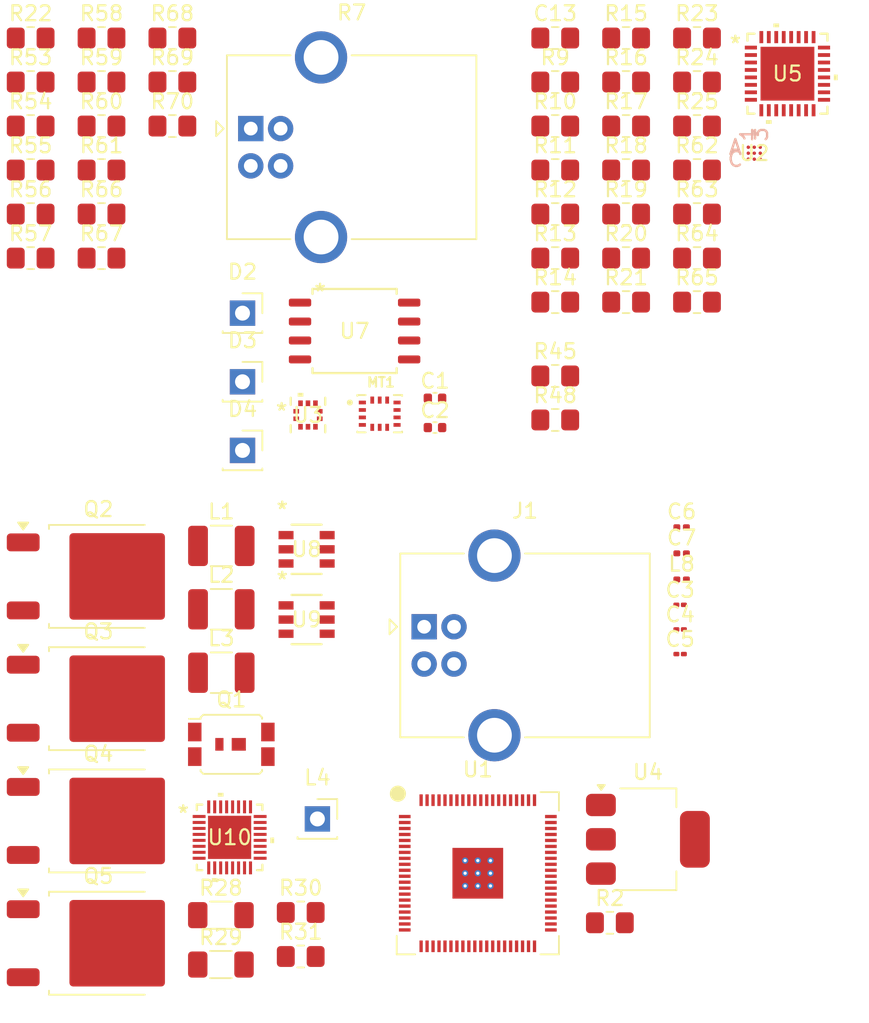
<source format=kicad_pcb>
(kicad_pcb (version 20241229) (generator "pcbnew") (generator_version "9.0")
  (layers (0 "F.Cu" signal) (2 "B.Cu" signal) (13 "F.Paste" user) (15 "B.Paste" user) (5 "F.SilkS" user "F.Silkscreen") (7 "B.SilkS" user "B.Silkscreen") (1 "F.Mask" user) (3 "B.Mask" user) (25 "Edge.Cuts" user))
  (net 0 "")
  (net 1 "GND")
  (net 2 "/Digital Side/Sensors/3V3")
  (net 3 "/Digital Side/1V1")
  (net 4 "/Digital Side/3V3")
  (net 5 "Net-(U1-VREG_AVDD)")
  (net 6 "/Digital Side/5V0_USB")
  (net 7 "/Digital Side/3V3_USB")
  (net 8 "Net-(U5-GND)")
  (net 10 "Net-(J1-D-)")
  (net 11 "Net-(J1-D+)")
  (net 12 "Net-(C23-Pad2)")
  (net 13 "/Power Management/AVDD")
  (net 14 "/Power Management/5V0")
  (net 15 "/Power Management/AGND")
  (net 16 "3V3")
  (net 17 "Net-(U1-VREG_LX)")
  (net 18 "/Digital Side/Sensors/ICM42670_INT1")
  (net 19 "Net-(MT1-AP_SDA{slash}AP_SDIO{slash}AP_SDI)")
  (net 20 "/Digital Side/Sensors/ICM42670_INT2")
  (net 21 "Net-(MT1-AP_SCL{slash}AP_SCLK)")
  (net 22 "Net-(MT1-AP_SDO{slash}AP_AD0)")
  (net 38 "/Digital Side/Sensors/RGB_PWM_G")
  (net 39 "/Analog Side/IND_1-")
  (net 40 "Net-(U5-REFIN)")
  (net 41 "/Analog Side/IND_2-")
  (net 42 "/Analog Side/IND_3-")
  (net 43 "/Analog Side/PKY_1-")
  (net 44 "/Analog Side/PLM_2")
  (net 45 "/Analog Side/PKY_3-")
  (net 46 "/Analog Side/PKY_2-")
  (net 47 "/Analog Side/RNG_3-")
  (net 48 "/Analog Side/RNG_2-")
  (net 49 "/Analog Side/RNG_1-")
  (net 50 "/Analog Side/TMB_2-")
  (net 51 "/Analog Side/TMB_1-")
  (net 52 "/Analog Side/PLM_1")
  (net 53 "/Digital Side/Sensors/RGB_PWM_R")
  (net 54 "/Analog Side/MDL_3-")
  (net 55 "/Analog Side/MDL_2-")
  (net 56 "/Analog Side/MDL_1-")
  (net 57 "Net-(U8-FB)")
  (net 58 "Net-(C27-Pad1)")
  (net 59 "Net-(U8-EN)")
  (net 60 "/Power Management/12V0")
  (net 61 "Net-(U9-EN)")
  (net 62 "/Power Management/Power Management Supporting Circuits/VBUS")
  (net 63 "/Power Management/Power Management Supporting Circuits/CHRG_IN")
  (net 64 "/Power Management/Power Management Supporting Circuits/VDDA_EN")
  (net 65 "/Power Management/Power Management Supporting Circuits/REGN")
  (net 66 "/Digital Side/Sensors/QSPI_CS")
  (net 67 "/Digital Side/Sensors/QSPI_SD1")
  (net 68 "Net-(R54-Pad1)")
  (net 69 "/Digital Side/Sensors/QSPI_SD2")
  (net 70 "Net-(R55-Pad1)")
  (net 71 "Net-(R56-Pad1)")
  (net 72 "/Digital Side/Sensors/QSPI_SDO")
  (net 73 "/Digital Side/Sensors/QSPI_SD3")
  (net 74 "Net-(R57-Pad1)")
  (net 75 "/Digital Side/Sensors/SPI1_CS0")
  (net 76 "/Digital Side/Sensors/SPI1_SCK")
  (net 77 "/Digital Side/Sensors/SPI0_SDO")
  (net 78 "/Digital Side/Sensors/SPI0_SDI")
  (net 79 "Net-(U5-SCLK)")
  (net 80 "/Analog Side/SPI0_SCK")
  (net 81 "/Analog Side/SPI0_SDI")
  (net 82 "Net-(U5-DOUT)")
  (net 83 "Net-(U5-DIN)")
  (net 84 "/Analog Side/SPI0_SDO")
  (net 85 "/Analog Side/3V3")
  (net 86 "Net-(U5-*CS)")
  (net 87 "/Digital Side/Sensors/QSPI_SCK")
  (net 88 "Net-(R66-Pad2)")
  (net 89 "Net-(U3-SCK)")
  (net 90 "Net-(U3-SDI)")
  (net 91 "/Digital Side/Sensors/SPI1_SDO")
  (net 92 "/Digital Side/Sensors/SPI1_SDI")
  (net 93 "Net-(U3-SDO)")
  (net 94 "/Digital Side/Sensors/SPI1_CS1")
  (net 95 "/Digital Side/I2C0_SCL")
  (net 97 "/Digital Side/BMM350_INT")
  (net 99 "/Digital Side/I2C0_SDA")
  (net 100 "Net-(U1-IOVDD-Pad15)")
  (net 103 "/Digital Side/QSPI_CS")
  (net 104 "/Digital Side/SPI1_CS0")
  (net 106 "/Digital Side/SPI1_SDO")
  (net 113 "Net-(U1-DVDD-Pad10)")
  (net 117 "/Digital Side/QSPI_SD3")
  (net 119 "/Digital Side/SWCLK")
  (net 121 "/Digital Side/SPI1_CS1")
  (net 126 "/Digital Side/SPI0_CS0")
  (net 127 "/Digital Side/SPI1_SCK")
  (net 130 "/Digital Side/QSPI_SD1")
  (net 131 "/Digital Side/SPI0_SDO")
  (net 134 "/Digital Side/AVDD")
  (net 137 "/Digital Side/SPI0_SDI")
  (net 138 "/Digital Side/SWDIO")
  (net 139 "/Digital Side/ICM42670_INT2")
  (net 140 "/Digital Side/SPI1_SDI")
  (net 142 "/Digital Side/ICM42670_INT1")
  (net 154 "/Digital Side/QSPI_SD0")
  (net 155 "/Digital Side/SPI0_SCK")
  (net 156 "/Digital Side/QSPI_SD2")
  (net 159 "/Analog Side/BMM350_INT")
  (net 160 "Net-(U2-CRST)")
  (net 161 "/Analog Side/I2C0_SDA")
  (net 162 "/Analog Side/I2C0_SCL")
  (net 163 "/Digital Side/Sensors/BMM350_INT")
  (net 164 "/Analog Side/AGND")
  (net 171 "Net-(U5-VDD)")
  (net 172 "/Analog Side/AVDD")
  (net 173 "Net-(U8-SW)")
  (net 174 "Net-(U8-CB)")
  (net 175 "Net-(U9-SW)")
  (net 176 "Net-(U9-CB)")
  (net 177 "Net-(U9-FB)")
  (net 180 "Net-(U10-SRN)")
  (net 182 "/Power Management/I2C0_SDA")
  (net 183 "/Power Management/ACP")
  (net 186 "Net-(U10-IADPT)")
  (net 187 "Net-(U10-COMP2)")
  (net 193 "/Power Management/ACN")
  (net 194 "Net-(U10-BTST1)")
  (net 197 "Net-(U10-IBAT)")
  (net 198 "Net-(U10-SRP)")
  (net 201 "/Power Management/ILIM_HZ")
  (net 202 "/Power Management/VBUS")
  (net 204 "Net-(U10-COMP1)")
  (net 206 "Net-(U10-BTST2)")
  (net 207 "Net-(U10-PSYS)")
  (net 208 "/Power Management/I2C0_SCL")
  (net 209 "/Power Management/EN_OTG")
  (footprint "Package_TO_SOT_SMD:TO-252-2" (layer "F.Cu") (at 81.3662 78.944501)
    (property "Reference" "Q2" (at 0 -4.5 0) (layer "F.SilkS"))
    (property "Value" "QM6006D")
    (pad "1" smd roundrect (at -5.04 -2.28) (size 2.2 1.2) (layers "F.Cu" "F.Mask" "F.Paste") (roundrect_rratio 0.208333))
    (pad "2" smd roundrect (at 1.26 0) (size 6.4 5.8) (layers "F.Cu" "F.Mask") (roundrect_rratio 0.043103))
    (pad "3" smd roundrect (at -5.04 2.28) (size 2.2 1.2) (layers "F.Cu" "F.Mask" "F.Paste") (roundrect_rratio 0.208333))
  )
  (footprint "Capacitor_SMD:C_0402_1005Metric" (layer "F.Cu") (at 103.9262 66.999501)
    (property "Reference" "C1" (at 0 -1.16 0) (layer "F.SilkS"))
    (property "Value" "100nF")
    (pad "1" smd roundrect (at -0.48 0) (size 0.56 0.62) (layers "F.Cu" "F.Mask" "F.Paste") (net 2 "/Digital Side/Sensors/3V3"))
    (pad "2" smd roundrect (at 0.48 0) (size 0.56 0.62) (layers "F.Cu" "F.Mask" "F.Paste") (net 1 "GND"))
  )
  (footprint "Resistor_SMD:R_0805_2012Metric_Pad1.20x1.40mm_HandSolder" (layer "F.Cu") (at 116.7362 45.809501)
    (property "Reference" "R16" (at 0 -1.65 0) (layer "F.SilkS"))
    (property "Value" "10K")
    (pad "1" smd roundrect (at -1 0) (size 1.2 1.4) (layers "F.Cu" "F.Mask" "F.Paste") (roundrect_rratio 0.208333) (net 40 "Net-(U5-REFIN)"))
    (pad "2" smd roundrect (at 1 0) (size 1.2 1.4) (layers "F.Cu" "F.Mask" "F.Paste") (roundrect_rratio 0.208333) (net 47 "/Analog Side/RNG_3-"))
  )
  (footprint "Capacitor_SMD:C_01005_0402Metric" (layer "F.Cu") (at 120.3562 80.849501)
    (property "Reference" "C3" (at 0 -1 0) (layer "F.SilkS"))
    (property "Value" "4.7uF")
    (pad "1" smd roundrect (at -0.25 0) (size 0.4 0.3) (layers "F.Cu" "F.Mask") (net 3 "/Digital Side/1V1"))
    (pad "2" smd roundrect (at 0.25 0) (size 0.4 0.3) (layers "F.Cu" "F.Mask") (net 1 "GND"))
  )
  (footprint "LM51430XDDCR:SOT-23-THIN-6_DDC_TEX" (layer "F.Cu") (at 95.321 77.128701)
    (property "Reference" "U8" (at 0 0 0) (layer "F.SilkS"))
    (property "Value" "LMR51430XDDCR")
    (fp_text user "*" (at -1.63195 -2.6518 0) (layer "F.SilkS"))
    (fp_text user "*" (at -1.63195 -2.6518 0) (layer "F.SilkS"))
    (pad "1" smd rect (at -1.37795 -0.950001) (size 1.0033 0.5588) (layers "F.Cu" "F.Mask" "F.Paste") (net 1 "GND"))
    (pad "2" smd rect (at -1.37795 0) (size 1.0033 0.5588) (layers "F.Cu" "F.Mask" "F.Paste") (net 173 "Net-(U8-SW)"))
    (pad "3" smd rect (at -1.37795 0.950001) (size 1.0033 0.5588) (layers "F.Cu" "F.Mask" "F.Paste") (net 60 "/Power Management/12V0"))
    (pad "4" smd rect (at 1.37795 0.950001) (size 1.0033 0.5588) (layers "F.Cu" "F.Mask" "F.Paste") (net 57 "Net-(U8-FB)"))
    (pad "5" smd rect (at 1.37795 0) (size 1.0033 0.5588) (layers "F.Cu" "F.Mask" "F.Paste") (net 59 "Net-(U8-EN)"))
    (pad "6" smd rect (at 1.37795 -0.950001) (size 1.0033 0.5588) (layers "F.Cu" "F.Mask" "F.Paste") (net 174 "Net-(U8-CB)"))
  )
  (footprint "Capacitor_SMD:C_01005_0402Metric" (layer "F.Cu") (at 120.3562 82.499501)
    (property "Reference" "C4" (at 0 -1 0) (layer "F.SilkS"))
    (property "Value" "4.7uF")
    (pad "1" smd roundrect (at -0.25 0) (size 0.4 0.3) (layers "F.Cu" "F.Mask") (net 4 "/Digital Side/3V3"))
    (pad "2" smd roundrect (at 0.25 0) (size 0.4 0.3) (layers "F.Cu" "F.Mask") (net 1 "GND"))
  )
  (footprint "Resistor_SMD:R_0805_2012Metric_Pad1.20x1.40mm_HandSolder" (layer "F.Cu") (at 111.9862 48.759501)
    (property "Reference" "R10" (at 0 -1.65 0) (layer "F.SilkS"))
    (property "Value" "10K")
    (pad "1" smd roundrect (at -1 0) (size 1.2 1.4) (layers "F.Cu" "F.Mask" "F.Paste") (roundrect_rratio 0.208333) (net 41 "/Analog Side/IND_2-"))
    (pad "2" smd roundrect (at 1 0) (size 1.2 1.4) (layers "F.Cu" "F.Mask" "F.Paste") (roundrect_rratio 0.208333) (net 40 "Net-(U5-REFIN)"))
  )
  (footprint "Resistor_SMD:R_0805_2012Metric_Pad1.20x1.40mm_HandSolder" (layer "F.Cu") (at 111.9862 57.609501)
    (property "Reference" "R13" (at 0 -1.65 0) (layer "F.SilkS"))
    (property "Value" "10K")
    (pad "1" smd roundrect (at -1 0) (size 1.2 1.4) (layers "F.Cu" "F.Mask" "F.Paste") (roundrect_rratio 0.208333) (net 44 "/Analog Side/PLM_2"))
    (pad "2" smd roundrect (at 1 0) (size 1.2 1.4) (layers "F.Cu" "F.Mask" "F.Paste") (roundrect_rratio 0.208333) (net 40 "Net-(U5-REFIN)"))
  )
  (footprint "Resistor_SMD:R_0805_2012Metric_Pad1.20x1.40mm_HandSolder" (layer "F.Cu") (at 81.5762 51.709501)
    (property "Reference" "R61" (at 0 -1.65 0) (layer "F.SilkS"))
    (property "Value" "10R")
    (pad "1" smd roundrect (at -1 0) (size 1.2 1.4) (layers "F.Cu" "F.Mask" "F.Paste") (roundrect_rratio 0.208333) (net 78 "/Digital Side/Sensors/SPI0_SDI"))
    (pad "2" smd roundrect (at 1 0) (size 1.2 1.4) (layers "F.Cu" "F.Mask" "F.Paste") (roundrect_rratio 0.208333) (net 22 "Net-(MT1-AP_SDO{slash}AP_AD0)"))
  )
  (footprint "Capacitor_SMD:C_1210_3225Metric_Pad1.33x2.70mm_HandSolder" (layer "F.Cu") (at 89.6062 85.399501)
    (property "Reference" "L3" (at 0 -2.3 0) (layer "F.SilkS"))
    (property "Value" "330uH, Blocking")
    (pad "1" smd roundrect (at -1.5625 0) (size 1.325 2.7) (layers "F.Cu" "F.Mask" "F.Paste") (roundrect_rratio 0.188679) (net 12 "Net-(C23-Pad2)"))
    (pad "2" smd roundrect (at 1.5625 0) (size 1.325 2.7) (layers "F.Cu" "F.Mask" "F.Paste") (roundrect_rratio 0.188679) (net 15 "/Power Management/AGND"))
  )
  (footprint "Resistor_SMD:R_0805_2012Metric_Pad1.20x1.40mm_HandSolder" (layer "F.Cu") (at 111.9862 45.809501)
    (property "Reference" "R9" (at 0 -1.65 0) (layer "F.SilkS"))
    (property "Value" "10K")
    (pad "1" smd roundrect (at -1 0) (size 1.2 1.4) (layers "F.Cu" "F.Mask" "F.Paste") (roundrect_rratio 0.208333) (net 39 "/Analog Side/IND_1-"))
    (pad "2" smd roundrect (at 1 0) (size 1.2 1.4) (layers "F.Cu" "F.Mask" "F.Paste") (roundrect_rratio 0.208333) (net 40 "Net-(U5-REFIN)"))
  )
  (footprint "Resistor_SMD:R_0805_2012Metric_Pad1.20x1.40mm_HandSolder" (layer "F.Cu") (at 115.6462 102.159501)
    (property "Reference" "R2" (at 0 -1.65 0) (layer "F.SilkS"))
    (property "Value" "33R")
    (pad "1" smd roundrect (at -1 0) (size 1.2 1.4) (layers "F.Cu" "F.Mask" "F.Paste") (roundrect_rratio 0.208333) (net 4 "/Digital Side/3V3"))
    (pad "2" smd roundrect (at 1 0) (size 1.2 1.4) (layers "F.Cu" "F.Mask" "F.Paste") (roundrect_rratio 0.208333) (net 5 "Net-(U1-VREG_AVDD)"))
  )
  (footprint "Resistor_SMD:R_0805_2012Metric_Pad1.20x1.40mm_HandSolder" (layer "F.Cu") (at 111.9862 60.559501)
    (property "Reference" "R14" (at 0 -1.65 0) (layer "F.SilkS"))
    (property "Value" "10K")
    (pad "1" smd roundrect (at -1 0) (size 1.2 1.4) (layers "F.Cu" "F.Mask" "F.Paste") (roundrect_rratio 0.208333) (net 45 "/Analog Side/PKY_3-"))
    (pad "2" smd roundrect (at 1 0) (size 1.2 1.4) (layers "F.Cu" "F.Mask" "F.Paste") (roundrect_rratio 0.208333) (net 40 "Net-(U5-REFIN)"))
  )
  (footprint "Connector_PinSocket_2.54mm:PinSocket_1x01_P2.54mm_Vertical" (layer "F.Cu") (at 91.0262 65.899501)
    (property "Reference" "D3" (at 0 -2.77 0) (layer "F.SilkS"))
    (property "Value" "LED_G")
    (pad "1" thru_hole rect (at 0 0) (size 1.7 1.7) (drill 1) (layers "*.Cu" "*.Mask") (net 1 "GND"))
  )
  (footprint "BMM350:BGA9_BMM350_BOS-M" (layer "F.Cu") (at 125.3264 50.579701)
    (property "Reference" "U2" (at 0 0 0) (layer "F.SilkS"))
    (property "Value" "BMM350")
    (fp_text user "A" (at -1.27 -0.40005 0) (layer "F.SilkS"))
    (fp_text user "1" (at -0.40005 -1.27 90) (layer "F.SilkS"))
    (fp_text user "C" (at -1.27 0.40005 0) (layer "F.SilkS"))
    (fp_text user "3" (at 0.40005 -1.27 90) (layer "F.SilkS"))
    (fp_text user "C" (at -1.27 0.40005 0) (layer "B.SilkS"))
    (fp_text user "3" (at 0.40005 -1.27 90) (layer "B.SilkS"))
    (fp_text user "1" (at -0.40005 -1.27 90) (layer "B.SilkS"))
    (fp_text user "A" (at -1.27 -0.40005 0) (layer "B.SilkS"))
    (pad "A1" smd circle (at -0.40005 -0.40005) (size 0.2286 0.2286) (layers "F.Cu" "F.Mask" "F.Paste") (net 159 "/Analog Side/BMM350_INT"))
    (pad "A2" smd circle (at 0 -0.40005) (size 0.2286 0.2286) (layers "F.Cu" "F.Mask" "F.Paste") (net 161 "/Analog Side/I2C0_SDA"))
    (pad "A3" smd circle (at 0.40005 -0.40005) (size 0.2286 0.2286) (layers "F.Cu" "F.Mask" "F.Paste") (net 162 "/Analog Side/I2C0_SCL"))
    (pad "B1" smd circle (at -0.40005 0) (size 0.2286 0.2286) (layers "F.Cu" "F.Mask" "F.Paste") (net 1 "GND"))
    (pad "B2" smd circle (at 0 0) (size 0.2286 0.2286) (layers "F.Cu" "F.Mask" "F.Paste") (net 1 "GND"))
    (pad "B3" smd circle (at 0.40005 0) (size 0.2286 0.2286) (layers "F.Cu" "F.Mask" "F.Paste") (net 85 "/Analog Side/3V3"))
    (pad "C1" smd circle (at -0.40005 0.40005) (size 0.2286 0.2286) (layers "F.Cu" "F.Mask" "F.Paste") (net 85 "/Analog Side/3V3"))
    (pad "C2" smd circle (at 0 0.40005) (size 0.2286 0.2286) (layers "F.Cu" "F.Mask" "F.Paste") (net 160 "Net-(U2-CRST)"))
    (pad "C3" smd circle (at 0.40005 0.40005) (size 0.2286 0.2286) (layers "F.Cu" "F.Mask" "F.Paste") (net 1 "GND"))
  )
  (footprint "Resistor_SMD:R_0805_2012Metric_Pad1.20x1.40mm_HandSolder" (layer "F.Cu") (at 76.8262 51.709501)
    (property "Reference" "R55" (at 0 -1.65 0) (layer "F.SilkS"))
    (property "Value" "10R")
    (pad "1" smd roundrect (at -1 0) (size 1.2 1.4) (layers "F.Cu" "F.Mask" "F.Paste") (roundrect_rratio 0.208333) (net 70 "Net-(R55-Pad1)"))
    (pad "2" smd roundrect (at 1 0) (size 1.2 1.4) (layers "F.Cu" "F.Mask" "F.Paste") (roundrect_rratio 0.208333) (net 69 "/Digital Side/Sensors/QSPI_SD2"))
  )
  (footprint "Capacitor_SMD:C_0201_0603Metric" (layer "F.Cu") (at 120.4562 77.399501)
    (property "Reference" "C7" (at 0 -1.05 0) (layer "F.SilkS"))
    (property "Value" "10uF")
    (pad "1" smd roundrect (at -0.32 0) (size 0.46 0.4) (layers "F.Cu" "F.Mask") (net 7 "/Digital Side/3V3_USB"))
    (pad "2" smd roundrect (at 0.32 0) (size 0.46 0.4) (layers "F.Cu" "F.Mask") (net 1 "GND"))
  )
  (footprint "RP2350:RP2350B_QFN-80_EP_10.573x10.573_Pitch0.4mm" (layer "F.Cu") (at 106.7962 98.839501)
    (property "Reference" "U1" (at 0 -6.95 0) (layer "F.SilkS"))
    (property "Value" "RP2350B-QFN80")
    (pad "1" smd rect (at -4.8965 -3.8 90) (size 0.22 0.78) (layers "F.Cu" "F.Mask" "F.Paste") (net 99 "/Digital Side/I2C0_SDA"))
    (pad "2" smd rect (at -4.8965 -3.4 90) (size 0.22 0.78) (layers "F.Cu" "F.Mask" "F.Paste") (net 95 "/Digital Side/I2C0_SCL"))
    (pad "3" smd rect (at -4.8965 -3 90) (size 0.22 0.78) (layers "F.Cu" "F.Mask" "F.Paste") (net 142 "/Digital Side/ICM42670_INT1"))
    (pad "4" smd rect (at -4.8965 -2.6 90) (size 0.22 0.78) (layers "F.Cu" "F.Mask" "F.Paste") (net 139 "/Digital Side/ICM42670_INT2"))
    (pad "5" smd rect (at -4.8965 -2.2 90) (size 0.22 0.78) (layers "F.Cu" "F.Mask" "F.Paste") (net 100 "Net-(U1-IOVDD-Pad15)"))
    (pad "6" smd rect (at -4.8965 -1.8 90) (size 0.22 0.78) (layers "F.Cu" "F.Mask" "F.Paste") (net 140 "/Digital Side/SPI1_SDI"))
    (pad "7" smd rect (at -4.8965 -1.4 90) (size 0.22 0.78) (layers "F.Cu" "F.Mask" "F.Paste") (net 104 "/Digital Side/SPI1_CS0"))
    (pad "8" smd rect (at -4.8965 -1 90) (size 0.22 0.78) (layers "F.Cu" "F.Mask" "F.Paste") (net 127 "/Digital Side/SPI1_SCK"))
    (pad "9" smd rect (at -4.8965 -0.6 90) (size 0.22 0.78) (layers "F.Cu" "F.Mask" "F.Paste") (net 106 "/Digital Side/SPI1_SDO"))
    (pad "10" smd rect (at -4.8965 -0.2 90) (size 0.22 0.78) (layers "F.Cu" "F.Mask" "F.Paste") (net 113 "Net-(U1-DVDD-Pad10)"))
    (pad "11" smd rect (at -4.8965 0.2 90) (size 0.22 0.78) (layers "F.Cu" "F.Mask" "F.Paste") (net 97 "/Digital Side/BMM350_INT"))
    (pad "12" smd rect (at -4.8965 0.6 90) (size 0.22 0.78) (layers "F.Cu" "F.Mask" "F.Paste") (net 121 "/Digital Side/SPI1_CS1"))
    (pad "13" smd rect (at -4.8965 1 90) (size 0.22 0.78) (layers "F.Cu" "F.Mask" "F.Paste"))
    (pad "14" smd rect (at -4.8965 1.4 90) (size 0.22 0.78) (layers "F.Cu" "F.Mask" "F.Paste"))
    (pad "15" smd rect (at -4.8965 1.8 90) (size 0.22 0.78) (layers "F.Cu" "F.Mask" "F.Paste") (net 100 "Net-(U1-IOVDD-Pad15)"))
    (pad "16" smd rect (at -4.8965 2.2 90) (size 0.22 0.78) (layers "F.Cu" "F.Mask" "F.Paste"))
    (pad "17" smd rect (at -4.8965 2.6 90) (size 0.22 0.78) (layers "F.Cu" "F.Mask" "F.Paste"))
    (pad "18" smd rect (at -4.8965 3 90) (size 0.22 0.78) (layers "F.Cu" "F.Mask" "F.Paste"))
    (pad "19" smd rect (at -4.8965 3.4 90) (size 0.22 0.78) (layers "F.Cu" "F.Mask" "F.Paste"))
    (pad "20" smd rect (at -4.8965 3.8 90) (size 0.22 0.78) (layers "F.Cu" "F.Mask" "F.Paste"))
    (pad "21" smd rect (at -3.8 4.8965) (size 0.22 0.78) (layers "F.Cu" "F.Mask" "F.Paste"))
    (pad "22" smd rect (at -3.4 4.8965) (size 0.22 0.78) (layers "F.Cu" "F.Mask" "F.Paste"))
    (pad "23" smd rect (at -3 4.8965) (size 0.22 0.78) (layers "F.Cu" "F.Mask" "F.Paste"))
    (pad "24" smd rect (at -2.6 4.8965) (size 0.22 0.78) (layers "F.Cu" "F.Mask" "F.Paste") (net 100 "Net-(U1-IOVDD-Pad15)"))
    (pad "25" smd rect (at -2.2 4.8965) (size 0.22 0.78) (layers "F.Cu" "F.Mask" "F.Paste"))
    (pad "26" smd rect (at -1.8 4.8965) (size 0.22 0.78) (layers "F.Cu" "F.Mask" "F.Paste"))
    (pad "27" smd rect (at -1.4 4.8965) (size 0.22 0.78) (layers "F.Cu" "F.Mask" "F.Paste"))
    (pad "28" smd rect (at -1 4.8965) (size 0.22 0.78) (layers "F.Cu" "F.Mask" "F.Paste"))
    (pad "29" smd rect (at -0.6 4.8965) (size 0.22 0.78) (layers "F.Cu" "F.Mask" "F.Paste") (net 100 "Net-(U1-IOVDD-Pad15)"))
    (pad "30" smd rect (at -0.2 4.8965) (size 0.22 0.78) (layers "F.Cu" "F.Mask" "F.Paste"))
    (pad "31" smd rect (at 0.2 4.8965) (size 0.22 0.78) (layers "F.Cu" "F.Mask" "F.Paste"))
    (pad "32" smd rect (at 0.6 4.8965) (size 0.22 0.78) (layers "F.Cu" "F.Mask" "F.Paste") (net 113 "Net-(U1-DVDD-Pad10)"))
    (pad "33" smd rect (at 1 4.8965) (size 0.22 0.78) (layers "F.Cu" "F.Mask" "F.Paste") (net 119 "/Digital Side/SWCLK"))
    (pad "34" smd rect (at 1.4 4.8965) (size 0.22 0.78) (layers "F.Cu" "F.Mask" "F.Paste") (net 138 "/Digital Side/SWDIO"))
    (pad "35" smd rect (at 1.8 4.8965) (size 0.22 0.78) (layers "F.Cu" "F.Mask" "F.Paste"))
    (pad "36" smd rect (at 2.2 4.8965) (size 0.22 0.78) (layers "F.Cu" "F.Mask" "F.Paste"))
    (pad "37" smd rect (at 2.6 4.8965) (size 0.22 0.78) (layers "F.Cu" "F.Mask" "F.Paste"))
    (pad "38" smd rect (at 3 4.8965) (size 0.22 0.78) (layers "F.Cu" "F.Mask" "F.Paste"))
    (pad "39" smd rect (at 3.4 4.8965) (size 0.22 0.78) (layers "F.Cu" "F.Mask" "F.Paste"))
    (pad "40" smd rect (at 3.8 4.8965) (size 0.22 0.78) (layers "F.Cu" "F.Mask" "F.Paste"))
    (pad "41" smd rect (at 4.8965 3.8 90) (size 0.22 0.78) (layers "F.Cu" "F.Mask" "F.Paste") (net 100 "Net-(U1-IOVDD-Pad15)"))
    (pad "42" smd rect (at 4.8965 3.4 90) (size 0.22 0.78) (layers "F.Cu" "F.Mask" "F.Paste"))
    (pad "43" smd rect (at 4.8965 3 90) (size 0.22 0.78) (layers "F.Cu" "F.Mask" "F.Paste"))
    (pad "44" smd rect (at 4.8965 2.6 90) (size 0.22 0.78) (layers "F.Cu" "F.Mask" "F.Paste"))
    (pad "45" smd rect (at 4.8965 2.2 90) (size 0.22 0.78) (layers "F.Cu" "F.Mask" "F.Paste"))
    (pad "46" smd rect (at 4.8965 1.8 90) (size 0.22 0.78) (layers "F.Cu" "F.Mask" "F.Paste"))
    (pad "47" smd rect (at 4.8965 1.4 90) (size 0.22 0.78) (layers "F.Cu" "F.Mask" "F.Paste"))
    (pad "48" smd rect (at 4.8965 1 90) (size 0.22 0.78) (layers "F.Cu" "F.Mask" "F.Paste"))
    (pad "49" smd rect (at 4.8965 0.6 90) (size 0.22 0.78) (layers "F.Cu" "F.Mask" "F.Paste"))
    (pad "50" smd rect (at 4.8965 0.2 90) (size 0.22 0.78) (layers "F.Cu" "F.Mask" "F.Paste") (net 100 "Net-(U1-IOVDD-Pad15)"))
    (pad "51" smd rect (at 4.8965 -0.2 90) (size 0.22 0.78) (layers "F.Cu" "F.Mask" "F.Paste") (net 113 "Net-(U1-DVDD-Pad10)"))
    (pad "52" smd rect (at 4.8965 -0.6 90) (size 0.22 0.78) (layers "F.Cu" "F.Mask" "F.Paste"))
    (pad "53" smd rect (at 4.8965 -1 90) (size 0.22 0.78) (layers "F.Cu" "F.Mask" "F.Paste"))
    (pad "54" smd rect (at 4.8965 -1.4 90) (size 0.22 0.78) (layers "F.Cu" "F.Mask" "F.Paste"))
    (pad "55" smd rect (at 4.8965 -1.8 90) (size 0.22 0.78) (layers "F.Cu" "F.Mask" "F.Paste"))
    (pad "56" smd rect (at 4.8965 -2.2 90) (size 0.22 0.78) (layers "F.Cu" "F.Mask" "F.Paste"))
    (pad "57" smd rect (at 4.8965 -2.6 90) (size 0.22 0.78) (layers "F.Cu" "F.Mask" "F.Paste"))
    (pad "58" smd rect (at 4.8965 -3 90) (size 0.22 0.78) (layers "F.Cu" "F.Mask" "F.Paste"))
    (pad "59" smd rect (at 4.8965 -3.4 90) (size 0.22 0.78) (layers "F.Cu" "F.Mask" "F.Paste") (net 134 "/Digital Side/AVDD"))
    (pad "60" smd rect (at 4.8965 -3.8 90) (size 0.22 0.78) (layers "F.Cu" "F.Mask" "F.Paste") (net 100 "Net-(U1-IOVDD-Pad15)"))
    (pad "61" smd rect (at 3.8 -4.8965) (size 0.22 0.78) (layers "F.Cu" "F.Mask" "F.Paste") (net 5 "Net-(U1-VREG_AVDD)"))
    (pad "62" smd rect (at 3.4 -4.8965) (size 0.22 0.78) (layers "F.Cu" "F.Mask" "F.Paste") (net 1 "GND"))
    (pad "63" smd rect (at 3 -4.8965) (size 0.22 0.78) (layers "F.Cu" "F.Mask" "F.Paste") (net 17 "Net-(U1-VREG_LX)"))
    (pad "64" smd rect (at 2.6 -4.8965) (size 0.22 0.78) (layers "F.Cu" "F.Mask" "F.Paste") (net 4 "/Digital Side/3V3"))
    (pad "65" smd rect (at 2.2 -4.8965) (size 0.22 0.78) (layers "F.Cu" "F.Mask" "F.Paste") (net 3 "/Digital Side/1V1"))
    (pad "66" smd rect (at 1.8 -4.8965) (size 0.22 0.78) (layers "F.Cu" "F.Mask" "F.Paste") (net 11 "Net-(J1-D+)"))
    (pad "67" smd rect (at 1.4 -4.8965) (size 0.22 0.78) (layers "F.Cu" "F.Mask" "F.Paste") (net 10 "Net-(J1-D-)"))
    (pad "68" smd rect (at 1 -4.8965) (size 0.22 0.78) (layers "F.Cu" "F.Mask" "F.Paste"))
    (pad "69" smd rect (at 0.6 -4.8965) (size 0.22 0.78) (layers "F.Cu" "F.Mask" "F.Paste"))
    (pad "70" smd rect (at 0.2 -4.8965) (size 0.22 0.78) (layers "F.Cu" "F.Mask" "F.Paste") (net 117 "/Digital Side/QSPI_SD3"))
    (pad "71" smd rect (at -0.2 -4.8965) (size 0.22 0.78) (layers "F.Cu" "F.Mask" "F.Paste"))
    (pad "72" smd rect (at -0.6 -4.8965) (size 0.22 0.78) (layers "F.Cu" "F.Mask" "F.Paste") (net 154 "/Digital Side/QSPI_SD0"))
    (pad "73" smd rect (at -1 -4.8965) (size 0.22 0.78) (layers "F.Cu" "F.Mask" "F.Paste") (net 156 "/Digital Side/QSPI_SD2"))
    (pad "74" smd rect (at -1.4 -4.8965) (size 0.22 0.78) (layers "F.Cu" "F.Mask" "F.Paste") (net 130 "/Digital Side/QSPI_SD1"))
    (pad "75" smd rect (at -1.8 -4.8965) (size 0.22 0.78) (layers "F.Cu" "F.Mask" "F.Paste") (net 103 "/Digital Side/QSPI_CS"))
    (pad "76" smd rect (at -2.2 -4.8965) (size 0.22 0.78) (layers "F.Cu" "F.Mask" "F.Paste") (net 100 "Net-(U1-IOVDD-Pad15)"))
    (pad "77" smd rect (at -2.6 -4.8965) (size 0.22 0.78) (layers "F.Cu" "F.Mask" "F.Paste") (net 137 "/Digital Side/SPI0_SDI"))
    (pad "78" smd rect (at -3 -4.8965) (size 0.22 0.78) (layers "F.Cu" "F.Mask" "F.Paste") (net 126 "/Digital Side/SPI0_CS0"))
    (pad "79" smd rect (at -3.4 -4.8965) (size 0.22 0.78) (layers "F.Cu" "F.Mask" "F.Paste") (net 155 "/Digital Side/SPI0_SCK"))
    (pad "80" smd rect (at -3.8 -4.8965) (size 0.22 0.78) (layers "F.Cu" "F.Mask" "F.Paste") (net 131 "/Digital Side/SPI0_SDO"))
    (pad "81" thru_hole circle (at -0.85 -0.85) (size 0.425 0.425) (drill 0.2125) (property pad_prop_heatsink) (layers "*.Cu" "*.Mask") (net 1 "GND"))
    (pad "81" thru_hole circle (at -0.85 0) (size 0.425 0.425) (drill 0.2125) (property pad_prop_heatsink) (layers "*.Cu" "*.Mask") (net 1 "GND"))
    (pad "81" thru_hole circle (at -0.85 0.85) (size 0.425 0.425) (drill 0.2125) (property pad_prop_heatsink) (layers "*.Cu" "*.Mask") (net 1 "GND"))
    (pad "81" thru_hole circle (at 0 -0.85) (size 0.425 0.425) (drill 0.2125) (property pad_prop_heatsink) (layers "*.Cu" "*.Mask") (net 1 "GND"))
    (pad "81" thru_hole circle (at 0 0) (size 0.425 0.425) (drill 0.2125) (property pad_prop_heatsink) (layers "*.Cu" "*.Mask") (net 1 "GND"))
    (pad "81" smd rect (at 0 0) (size 3.4 3.4) (layers "F.Cu" "F.Mask") (net 1 "GND"))
    (pad "81" thru_hole circle (at 0 0.85) (size 0.425 0.425) (drill 0.2125) (property pad_prop_heatsink) (layers "*.Cu" "*.Mask") (net 1 "GND"))
    (pad "81" thru_hole circle (at 0.85 -0.85) (size 0.425 0.425) (drill 0.2125) (property pad_prop_heatsink) (layers "*.Cu" "*.Mask") (net 1 "GND"))
    (pad "81" thru_hole circle (at 0.85 0) (size 0.425 0.425) (drill 0.2125) (property pad_prop_heatsink) (layers "*.Cu" "*.Mask") (net 1 "GND"))
    (pad "81" thru_hole circle (at 0.85 0.85) (size 0.425 0.425) (drill 0.2125) (property pad_prop_heatsink) (layers "*.Cu" "*.Mask") (net 1 "GND"))
  )
  (footprint "Resistor_SMD:R_0805_2012Metric_Pad1.20x1.40mm_HandSolder" (layer "F.Cu") (at 81.5762 57.609501)
    (property "Reference" "R67" (at 0 -1.65 0) (layer "F.SilkS"))
    (property "Value" "0R")
    (pad "1" smd roundrect (at -1 0) (size 1.2 1.4) (layers "F.Cu" "F.Mask" "F.Paste") (roundrect_rratio 0.208333) (net 76 "/Digital Side/Sensors/SPI1_SCK"))
    (pad "2" smd roundrect (at 1 0) (size 1.2 1.4) (layers "F.Cu" "F.Mask" "F.Paste") (roundrect_rratio 0.208333) (net 89 "Net-(U3-SCK)"))
  )
  (footprint "Resistor_SMD:R_0805_2012Metric_Pad1.20x1.40mm_HandSolder" (layer "F.Cu") (at 111.9862 51.709501)
    (property "Reference" "R11" (at 0 -1.65 0) (layer "F.SilkS"))
    (property "Value" "10K")
    (pad "1" smd roundrect (at -1 0) (size 1.2 1.4) (layers "F.Cu" "F.Mask" "F.Paste") (roundrect_rratio 0.208333) (net 42 "/Analog Side/IND_3-"))
    (pad "2" smd roundrect (at 1 0) (size 1.2 1.4) (layers "F.Cu" "F.Mask" "F.Paste") (roundrect_rratio 0.208333) (net 40 "Net-(U5-REFIN)"))
  )
  (footprint "Resistor_SMD:R_1206_3216Metric_Pad1.30x1.75mm_HandSolder" (layer "F.Cu") (at 89.5762 101.649501)
    (property "Reference" "R28" (at 0 -1.83 0) (layer "F.SilkS"))
    (property "Value" "24.9K, 1%")
    (pad "1" smd roundrect (at -1.55 0) (size 1.3 1.75) (layers "F.Cu" "F.Mask" "F.Paste") (roundrect_rratio 0.192308) (net 57 "Net-(U8-FB)"))
    (pad "2" smd roundrect (at 1.55 0) (size 1.3 1.75) (layers "F.Cu" "F.Mask" "F.Paste") (roundrect_rratio 0.192308) (net 58 "Net-(C27-Pad1)"))
  )
  (footprint "Package_TO_SOT_SMD:TO-252-2" (layer "F.Cu") (at 81.3662 87.139501)
    (property "Reference" "Q3" (at 0 -4.5 0) (layer "F.SilkS"))
    (property "Value" "QM6006D")
    (pad "1" smd roundrect (at -5.04 -2.28) (size 2.2 1.2) (layers "F.Cu" "F.Mask" "F.Paste") (roundrect_rratio 0.208333))
    (pad "2" smd roundrect (at 1.26 0) (size 6.4 5.8) (layers "F.Cu" "F.Mask") (roundrect_rratio 0.043103))
    (pad "3" smd roundrect (at -5.04 2.28) (size 2.2 1.2) (layers "F.Cu" "F.Mask" "F.Paste") (roundrect_rratio 0.208333))
  )
  (footprint "Connector_USB:USB_B_OST_USB-B1HSxx_Horizontal" (layer "F.Cu") (at 91.5812 48.929501)
    (property "Reference" "R7" (at 6.76 -7.77 0) (layer "F.SilkS"))
    (property "Value" "330R")
    (pad "1" thru_hole rect (at 0 0) (size 1.7 1.7) (drill 0.92) (layers "*.Cu" "*.Mask") (net 38 "/Digital Side/Sensors/RGB_PWM_G"))
    (pad "2" thru_hole circle (at 0 2.5) (size 1.7 1.7) (drill 0.92) (layers "*.Cu" "*.Mask") (net 1 "GND"))
    (pad "3" thru_hole circle (at 2 2.5) (size 1.7 1.7) (drill 0.92) (layers "*.Cu" "*.Mask"))
    (pad "4" thru_hole circle (at 2 0) (size 1.7 1.7) (drill 0.92) (layers "*.Cu" "*.Mask"))
    (pad "5" thru_hole circle (at 4.71 -4.77) (size 3.5 3.5) (drill 2.33) (layers "*.Cu" "*.Mask"))
    (pad "5" thru_hole circle (at 4.71 7.27) (size 3.5 3.5) (drill 2.33) (layers "*.Cu" "*.Mask"))
  )
  (footprint "Resistor_SMD:R_0805_2012Metric_Pad1.20x1.40mm_HandSolder" (layer "F.Cu") (at 76.8262 42.859501)
    (property "Reference" "R22" (at 0 -1.65 0) (layer "F.SilkS"))
    (property "Value" "330R")
    (pad "1" smd roundrect (at -1 0) (size 1.2 1.4) (layers "F.Cu" "F.Mask" "F.Paste") (roundrect_rratio 0.208333) (net 53 "/Digital Side/Sensors/RGB_PWM_R"))
    (pad "2" smd roundrect (at 1 0) (size 1.2 1.4) (layers "F.Cu" "F.Mask" "F.Paste") (roundrect_rratio 0.208333) (net 1 "GND"))
  )
  (footprint "Resistor_SMD:R_0805_2012Metric_Pad1.20x1.40mm_HandSolder" (layer "F.Cu") (at 81.5762 45.809501)
    (property "Reference" "R59" (at 0 -1.65 0) (layer "F.SilkS"))
    (property "Value" "0R")
    (pad "1" smd roundrect (at -1 0) (size 1.2 1.4) (layers "F.Cu" "F.Mask" "F.Paste") (roundrect_rratio 0.208333) (net 76 "/Digital Side/Sensors/SPI1_SCK"))
    (pad "2" smd roundrect (at 1 0) (size 1.2 1.4) (layers "F.Cu" "F.Mask" "F.Paste") (roundrect_rratio 0.208333) (net 21 "Net-(MT1-AP_SCL{slash}AP_SCLK)"))
  )
  (footprint "Resistor_SMD:R_0805_2012Metric_Pad1.20x1.40mm_HandSolder" (layer "F.Cu") (at 81.5762 54.659501)
    (property "Reference" "R66" (at 0 -1.65 0) (layer "F.SilkS"))
    (property "Value" "0R")
    (pad "1" smd roundrect (at -1 0) (size 1.2 1.4) (layers "F.Cu" "F.Mask" "F.Paste") (roundrect_rratio 0.208333) (net 87 "/Digital Side/Sensors/QSPI_SCK"))
    (pad "2" smd roundrect (at 1 0) (size 1.2 1.4) (layers "F.Cu" "F.Mask" "F.Paste") (roundrect_rratio 0.208333) (net 88 "Net-(R66-Pad2)"))
  )
  (footprint "Resistor_SMD:R_0805_2012Metric_Pad1.20x1.40mm_HandSolder" (layer "F.Cu") (at 94.9262 101.469501)
    (property "Reference" "R30" (at 0 -1.65 0) (layer "F.SilkS"))
    (property "Value" "100K")
    (pad "1" smd roundrect (at -1 0) (size 1.2 1.4) (layers "F.Cu" "F.Mask" "F.Paste") (roundrect_rratio 0.208333) (net 60 "/Power Management/12V0"))
    (pad "2" smd roundrect (at 1 0) (size 1.2 1.4) (layers "F.Cu" "F.Mask" "F.Paste") (roundrect_rratio 0.208333) (net 59 "Net-(U8-EN)"))
  )
  (footprint "Resistor_SMD:R_0805_2012Metric_Pad1.20x1.40mm_HandSolder" (layer "F.Cu") (at 76.8262 48.759501)
    (property "Reference" "R54" (at 0 -1.65 0) (layer "F.SilkS"))
    (property "Value" "10R")
    (pad "1" smd roundrect (at -1 0) (size 1.2 1.4) (layers "F.Cu" "F.Mask" "F.Paste") (roundrect_rratio 0.208333) (net 68 "Net-(R54-Pad1)"))
    (pad "2" smd roundrect (at 1 0) (size 1.2 1.4) (layers "F.Cu" "F.Mask" "F.Paste") (roundrect_rratio 0.208333) (net 67 "/Digital Side/Sensors/QSPI_SD1"))
  )
  (footprint "Resistor_SMD:R_0805_2012Metric_Pad1.20x1.40mm_HandSolder" (layer "F.Cu") (at 116.7362 42.859501)
    (property "Reference" "R15" (at 0 -1.65 0) (layer "F.SilkS"))
    (property "Value" "10K")
    (pad "1" smd roundrect (at -1 0) (size 1.2 1.4) (layers "F.Cu" "F.Mask" "F.Paste") (roundrect_rratio 0.208333) (net 46 "/Analog Side/PKY_2-"))
    (pad "2" smd roundrect (at 1 0) (size 1.2 1.4) (layers "F.Cu" "F.Mask" "F.Paste") (roundrect_rratio 0.208333) (net 40 "Net-(U5-REFIN)"))
  )
  (footprint "Resistor_SMD:R_0805_2012Metric_Pad1.20x1.40mm_HandSolder" (layer "F.Cu") (at 121.4862 45.809501)
    (property "Reference" "R24" (at 0 -1.65 0) (layer "F.SilkS"))
    (property "Value" "10K")
    (pad "1" smd roundrect (at -1 0) (size 1.2 1.4) (layers "F.Cu" "F.Mask" "F.Paste") (roundrect_rratio 0.208333) (net 55 "/Analog Side/MDL_2-"))
    (pad "2" smd roundrect (at 1 0) (size 1.2 1.4) (layers "F.Cu" "F.Mask" "F.Paste") (roundrect_rratio 0.208333) (net 40 "Net-(U5-REFIN)"))
  )
  (footprint "Resistor_SMD:R_1206_3216Metric_Pad1.30x1.75mm_HandSolder" (layer "F.Cu") (at 89.5762 104.959501)
    (property "Reference" "R29" (at 0 -1.83 0) (layer "F.SilkS"))
    (property "Value" "100K, 1%")
    (pad "1" smd roundrect (at -1.55 0) (size 1.3 1.75) (layers "F.Cu" "F.Mask" "F.Paste") (roundrect_rratio 0.192308) (net 58 "Net-(C27-Pad1)"))
    (pad "2" smd roundrect (at 1.55 0) (size 1.3 1.75) (layers "F.Cu" "F.Mask" "F.Paste") (roundrect_rratio 0.192308) (net 1 "GND"))
  )
  (footprint "Capacitor_SMD:C_01005_0402Metric" (layer "F.Cu") (at 120.3562 84.149501)
    (property "Reference" "C5" (at 0 -1 0) (layer "F.SilkS"))
    (property "Value" "C")
    (pad "1" smd roundrect (at -0.25 0) (size 0.4 0.3) (layers "F.Cu" "F.Mask") (net 5 "Net-(U1-VREG_AVDD)"))
    (pad "2" smd roundrect (at 0.25 0) (size 0.4 0.3) (layers "F.Cu" "F.Mask") (net 1 "GND"))
  )
  (footprint "Resistor_SMD:R_0805_2012Metric_Pad1.20x1.40mm_HandSolder" (layer "F.Cu") (at 81.5762 42.859501)
    (property "Reference" "R58" (at 0 -1.65 0) (layer "F.SilkS"))
    (property "Value" "4.7K")
    (pad "1" smd roundrect (at -1 0) (size 1.2 1.4) (layers "F.Cu" "F.Mask" "F.Paste") (roundrect_rratio 0.208333) (net 75 "/Digital Side/Sensors/SPI1_CS0"))
    (pad "2" smd roundrect (at 1 0) (size 1.2 1.4) (layers "F.Cu" "F.Mask" "F.Paste") (roundrect_rratio 0.208333) (net 2 "/Digital Side/Sensors/3V3"))
  )
  (footprint "Resistor_SMD:R_0805_2012Metric_Pad1.20x1.40mm_HandSolder" (layer "F.Cu") (at 94.9262 104.419501)
    (property "Reference" "R31" (at 0 -1.65 0) (layer "F.SilkS"))
    (property "Value" "100K")
    (pad "1" smd roundrect (at -1 0) (size 1.2 1.4) (layers "F.Cu" "F.Mask" "F.Paste") (roundrect_rratio 0.208333) (net 14 "/Power Management/5V0"))
    (pad "2" smd roundrect (at 1 0) (size 1.2 1.4) (layers "F.Cu" "F.Mask" "F.Paste") (roundrect_rratio 0.208333) (net 61 "Net-(U9-EN)"))
  )
  (footprint "Inductor_SMD:L_0201_0603Metric" (layer "F.Cu") (at 120.4562 79.149501)
    (property "Reference" "L8" (at 0 -1.05 0) (layer "F.SilkS"))
    (property "Value" "3.3uH")
    (pad "1" smd roundrect (at -0.32 0) (size 0.46 0.4) (layers "F.Cu" "F.Mask") (net 3 "/Digital Side/1V1"))
    (pad "2" smd roundrect (at 0.32 0) (size 0.46 0.4) (layers "F.Cu" "F.Mask") (net 17 "Net-(U1-VREG_LX)"))
  )
  (footprint "W25Q16JVSSIQ:W25Q16JVSSIQ_WIN" (layer "F.Cu") (at 98.5383 62.497101)
    (property "Reference" "U7" (at 0 0 0) (layer "F.SilkS"))
    (property "Value" "W25Q16JVSSIQ")
    (fp_text user "*" (at -2.3114 -2.6162 0) (layer "F.SilkS"))
    (fp_text user "*" (at -2.3114 -2.6162 0) (layer "F.SilkS"))
    (pad "1" smd roundrect (at -3.6576 -1.905) (size 1.4986 0.5334) (layers "F.Cu" "F.Mask" "F.Paste") (net 66 "/Digital Side/Sensors/QSPI_CS"))
    (pad "2" smd roundrect (at -3.6576 -0.635) (size 1.4986 0.5334) (layers "F.Cu" "F.Mask" "F.Paste") (net 68 "Net-(R54-Pad1)"))
    (pad "3" smd roundrect (at -3.6576 0.635) (size 1.4986 0.5334) (layers "F.Cu" "F.Mask" "F.Paste") (net 70 "Net-(R55-Pad1)"))
    (pad "4" smd roundrect (at -3.6576 1.905) (size 1.4986 0.5334) (layers "F.Cu" "F.Mask" "F.Paste") (net 1 "GND"))
    (pad "5" smd roundrect (at 3.6576 1.905) (size 1.4986 0.5334) (layers "F.Cu" "F.Mask" "F.Paste") (net 71 "Net-(R56-Pad1)"))
    (pad "6" smd roundrect (at 3.6576 0.635) (size 1.4986 0.5334) (layers "F.Cu" "F.Mask" "F.Paste") (net 88 "Net-(R66-Pad2)"))
    (pad "7" smd roundrect (at 3.6576 -0.635) (size 1.4986 0.5334) (layers "F.Cu" "F.Mask" "F.Paste") (net 74 "Net-(R57-Pad1)"))
    (pad "8" smd roundrect (at 3.6576 -1.905) (size 1.4986 0.5334) (layers "F.Cu" "F.Mask" "F.Paste") (net 2 "/Digital Side/Sensors/3V3"))
  )
  (footprint "Resistor_SMD:R_0805_2012Metric_Pad1.20x1.40mm_HandSolder" (layer "F.Cu") (at 76.8262 57.609501)
    (property "Reference" "R57" (at 0 -1.65 0) (layer "F.SilkS"))
    (property "Value" "10R")
    (pad "1" smd roundrect (at -1 0) (size 1.2 1.4) (layers "F.Cu" "F.Mask" "F.Paste") (roundrect_rratio 0.208333) (net 74 "Net-(R57-Pad1)"))
    (pad "2" smd roundrect (at 1 0) (size 1.2 1.4) (layers "F.Cu" "F.Mask" "F.Paste") (roundrect_rratio 0.208333) (net 73 "/Digital Side/Sensors/QSPI_SD3"))
  )
  (footprint "Resistor_SMD:R_0805_2012Metric_Pad1.20x1.40mm_HandSolder" (layer "F.Cu") (at 81.5762 48.759501)
    (property "Reference" "R60" (at 0 -1.65 0) (layer "F.SilkS"))
    (property "Value" "10R")
    (pad "1" smd roundrect (at -1 0) (size 1.2 1.4) (layers "F.Cu" "F.Mask" "F.Paste") (roundrect_rratio 0.208333) (net 77 "/Digital Side/Sensors/SPI0_SDO"))
    (pad "2" smd roundrect (at 1 0) (size 1.2 1.4) (layers "F.Cu" "F.Mask" "F.Paste") (roundrect_rratio 0.208333) (net 19 "Net-(MT1-AP_SDA{slash}AP_SDIO{slash}AP_SDI)"))
  )
  (footprint "Connector_PinSocket_2.54mm:PinSocket_1x01_P2.54mm_Vertical" (layer "F.Cu") (at 91.0262 70.499501)
    (property "Reference" "D4" (at 0 -2.77 0) (layer "F.SilkS"))
    (property "Value" "LED_B")
    (pad "1" thru_hole rect (at 0 0) (size 1.7 1.7) (drill 1) (layers "*.Cu" "*.Mask") (net 1 "GND"))
  )
  (footprint "Package_TO_SOT_SMD:TO-252-2" (layer "F.Cu") (at 81.3662 95.334501)
    (property "Reference" "Q4" (at 0 -4.5 0) (layer "F.SilkS"))
    (property "Value" "QM6006D")
    (pad "1" smd roundrect (at -5.04 -2.28) (size 2.2 1.2) (layers "F.Cu" "F.Mask" "F.Paste") (roundrect_rratio 0.208333))
    (pad "2" smd roundrect (at 1.26 0) (size 6.4 5.8) (layers "F.Cu" "F.Mask") (roundrect_rratio 0.043103))
    (pad "3" smd roundrect (at -5.04 2.28) (size 2.2 1.2) (layers "F.Cu" "F.Mask" "F.Paste") (roundrect_rratio 0.208333))
  )
  (footprint "BQ25723RSNR:WQFN32_BQ25723_TEX-M" (layer "F.Cu") (at 90.1619 96.435201)
    (property "Reference" "U10" (at 0 0 0) (layer "F.SilkS"))
    (property "Value" "BQ25723RSNR")
    (fp_text user "*" (at -3.1115 -1.6002 0) (layer "F.SilkS"))
    (fp_text user "*" (at -3.1115 -1.6002 0) (layer "F.SilkS"))
    (pad "1" smd rect (at -2.0447 -1.400175 90) (size 0.2032 0.8636) (layers "F.Cu" "F.Mask" "F.Paste") (net 202 "/Power Management/VBUS"))
    (pad "2" smd rect (at -2.0447 -1.000125 90) (size 0.2032 0.8636) (layers "F.Cu" "F.Mask" "F.Paste") (net 193 "/Power Management/ACN"))
    (pad "3" smd rect (at -2.0447 -0.600075 90) (size 0.2032 0.8636) (layers "F.Cu" "F.Mask" "F.Paste") (net 183 "/Power Management/ACP"))
    (pad "4" smd rect (at -2.0447 -0.200025 90) (size 0.2032 0.8636) (layers "F.Cu" "F.Mask" "F.Paste"))
    (pad "5" smd rect (at -2.0447 0.200025 90) (size 0.2032 0.8636) (layers "F.Cu" "F.Mask" "F.Paste") (net 209 "/Power Management/EN_OTG"))
    (pad "6" smd rect (at -2.0447 0.600075 90) (size 0.2032 0.8636) (layers "F.Cu" "F.Mask" "F.Paste") (net 201 "/Power Management/ILIM_HZ"))
    (pad "7" smd rect (at -2.0447 1.000125 90) (size 0.2032 0.8636) (layers "F.Cu" "F.Mask" "F.Paste"))
    (pad "8" smd rect (at -2.0447 1.400175 90) (size 0.2032 0.8636) (layers "F.Cu" "F.Mask" "F.Paste") (net 186 "Net-(U10-IADPT)"))
    (pad "9" smd rect (at -1.400175 2.0447) (size 0.2032 0.8636) (layers "F.Cu" "F.Mask" "F.Paste") (net 197 "Net-(U10-IBAT)"))
    (pad "10" smd rect (at -1.000125 2.0447) (size 0.2032 0.8636) (layers "F.Cu" "F.Mask" "F.Paste") (net 207 "Net-(U10-PSYS)"))
    (pad "11" smd rect (at -0.600075 2.0447) (size 0.2032 0.8636) (layers "F.Cu" "F.Mask" "F.Paste"))
    (pad "12" smd rect (at -0.200025 2.0447) (size 0.2032 0.8636) (layers "F.Cu" "F.Mask" "F.Paste") (net 182 "/Power Management/I2C0_SDA"))
    (pad "13" smd rect (at 0.200025 2.0447) (size 0.2032 0.8636) (layers "F.Cu" "F.Mask" "F.Paste") (net 208 "/Power Management/I2C0_SCL"))
    (pad "14" smd rect (at 0.600075 2.0447) (size 0.2032 0.8636) (layers "F.Cu" "F.Mask" "F.Paste"))
    (pad "15" smd rect (at 1.000125 2.0447) (size 0.2032 0.8636) (layers "F.Cu" "F.Mask" "F.Paste"))
    (pad "16" smd rect (at 1.400175 2.0447) (size 0.2032 0.8636) (layers "F.Cu" "F.Mask" "F.Paste") (net 204 "Net-(U10-COMP1)"))
    (pad "17" smd rect (at 2.0447 1.400175 90) (size 0.2032 0.8636) (layers "F.Cu" "F.Mask" "F.Paste") (net 187 "Net-(U10-COMP2)"))
    (pad "18" smd rect (at 2.0447 1.000125 90) (size 0.2032 0.8636) (layers "F.Cu" "F.Mask" "F.Paste"))
    (pad "19" smd rect (at 2.0447 0.600075 90) (size 0.2032 0.8636) (layers "F.Cu" "F.Mask" "F.Paste") (net 180 "Net-(U10-SRN)"))
    (pad "20" smd rect (at 2.0447 0.200025 90) (size 0.2032 0.8636) (layers "F.Cu" "F.Mask" "F.Paste") (net 198 "Net-(U10-SRP)"))
    (pad "21" smd rect (at 2.0447 -0.200025 90) (size 0.2032 0.8636) (layers "F.Cu" "F.Mask" "F.Paste"))
    (pad "22" smd rect (at 2.0447 -0.600075 90) (size 0.2032 0.8636) (layers "F.Cu" "F.Mask" "F.Paste"))
    (pad "23" smd rect (at 2.0447 -1.000125 90) (size 0.2032 0.8636) (layers "F.Cu" "F.Mask" "F.Paste"))
    (pad "24" smd rect (at 2.0447 -1.400175 90) (size 0.2032 0.8636) (layers "F.Cu" "F.Mask" "F.Paste"))
    (pad "25" smd rect (at 1.400175 -2.0447) (size 0.2032 0.8636) (layers "F.Cu" "F.Mask" "F.Paste") (net 206 "Net-(U10-BTST2)"))
    (pad "26" smd rect (at 1.000125 -2.0447) (size 0.2032 0.8636) (layers "F.Cu" "F.Mask" "F.Paste"))
    (pad "27" smd rect (at 0.600075 -2.0447) (size 0.2032 0.8636) (layers "F.Cu" "F.Mask" "F.Paste"))
    (pad "28" smd rect (at 0.200025 -2.0447) (size 0.2032 0.8636) (layers "F.Cu" "F.Mask" "F.Paste"))
    (pad "29" smd rect (at -0.200025 -2.0447) (size 0.2032 0.8636) (layers "F.Cu" "F.Mask" "F.Paste"))
    (pad "30" smd rect (at -0.600075 -2.0447) (size 0.2032 0.8636) (layers "F.Cu" "F.Mask" "F.Paste") (net 194 "Net-(U10-BTST1)"))
    (pad "31" smd rect (at -1.000125 -2.0447) (size 0.2032 0.8636) (layers "F.Cu" "F.Mask" "F.Paste"))
    (pad "32" smd rect (at -1.400175 -2.0447) (size 0.2032 0.8636) (layers "F.Cu" "F.Mask" "F.Paste"))
    (pad "33" smd rect (at 0 0) (size 2.8956 2.8956) (layers "F.Cu" "F.Mask" "F.Paste") (net 1 "GND"))
  )
  (footprint "Package_TO_SOT_SMD:SOT-223-3_TabPin2" (layer "F.Cu") (at 118.1962 96.564501)
    (property "Reference" "U4" (at 0 -4.5 0) (layer "F.SilkS"))
    (property "Value" "NCP1117-1.5_SOT223")
    (pad "1" smd roundrect (at -3.15 -2.3) (size 2 1.5) (layers "F.Cu" "F.Mask" "F.Paste") (net 1 "GND"))
    (pad "2" smd roundrect (at -3.15 0) (size 2 1.5) (layers "F.Cu" "F.Mask" "F.Paste") (net 7 "/Digital Side/3V3_USB"))
    (pad "2" smd roundrect (at 3.15 0) (size 2 3.8) (layers "F.Cu" "F.Mask" "F.Paste") (net 7 "/Digital Side/3V3_USB"))
    (pad "3" smd roundrect (at -3.15 2.3) (size 2 1.5) (layers "F.Cu" "F.Mask" "F.Paste") (net 6 "/Digital Side/5V0_USB"))
  )
  (footprint "Resistor_SMD:R_0805_2012Metric_Pad1.20x1.40mm_HandSolder" (layer "F.Cu") (at 116.7362 54.659501)
    (property "Reference" "R19" (at 0 -1.65 0) (layer "F.SilkS"))
    (property "Value" "10K")
    (pad "1" smd roundrect (at -1 0) (size 1.2 1.4) (layers "F.Cu" "F.Mask" "F.Paste") (roundrect_rratio 0.208333) (net 40 "Net-(U5-REFIN)"))
    (pad "2" smd roundrect (at 1 0) (size 1.2 1.4) (layers "F.Cu" "F.Mask" "F.Paste") (roundrect_rratio 0.208333) (net 50 "/Analog Side/TMB_2-"))
  )
  (footprint "Package_TO_SOT_SMD:TO-252-2" (layer "F.Cu") (at 81.3662 103.529501)
    (property "Reference" "Q5" (at 0 -4.5 0) (layer "F.SilkS"))
    (property "Value" "QM6006D")
    (pad "1" smd roundrect (at -5.04 -2.28) (size 2.2 1.2) (layers "F.Cu" "F.Mask" "F.Paste") (roundrect_rratio 0.208333))
    (pad "2" smd roundrect (at 1.26 0) (size 6.4 5.8) (layers "F.Cu" "F.Mask") (roundrect_rratio 0.043103))
    (pad "3" smd roundrect (at -5.04 2.28) (size 2.2 1.2) (layers "F.Cu" "F.Mask" "F.Paste") (roundrect_rratio 0.208333))
  )
  (footprint "Resistor_SMD:R_0805_2012Metric_Pad1.20x1.40mm_HandSolder" (layer "F.Cu") (at 121.4862 54.659501)
    (property "Reference" "R63" (at 0 -1.65 0) (layer "F.SilkS"))
    (property "Value" "4.7K")
    (pad "1" smd roundrect (at -1 0) (size 1.2 1.4) (layers "F.Cu" "F.Mask" "F.Paste") (roundrect_rratio 0.208333) (net 81 "/Analog Side/SPI0_SDI"))
    (pad "2" smd roundrect (at 1 0) (size 1.2 1.4) (layers "F.Cu" "F.Mask" "F.Paste") (roundrect_rratio 0.208333) (net 82 "Net-(U5-DOUT)"))
  )
  (footprint "Capacitor_SMD:C_0201_0603Metric" (layer "F.Cu") (at 120.4562 75.649501)
    (property "Reference" "C6" (at 0 -1.05 0) (layer "F.SilkS"))
    (property "Value" "10uF")
    (pad "1" smd roundrect (at -0.32 0) (size 0.46 0.4) (layers "F.Cu" "F.Mask") (net 6 "/Digital Side/5V0_USB"))
    (pad "2" smd roundrect (at 0.32 0) (size 0.46 0.4) (layers "F.Cu" "F.Mask") (net 1 "GND"))
  )
  (footprint "Connector_PinSocket_2.54mm:PinSocket_1x01_P2.54mm_Vertical" (layer "F.Cu") (at 96.0462 95.199501)
    (property "Reference" "L4" (at 0 -2.77 0) (layer "F.SilkS"))
    (property "Value" "2uH")
    (pad "1" thru_hole rect (at 0 0) (size 1.7 1.7) (drill 1) (layers "*.Cu" "*.Mask") (net 16 "3V3"))
  )
  (footprint "Resistor_SMD:R_0805_2012Metric_Pad1.20x1.40mm_HandSolder" (layer "F.Cu") (at 76.8262 54.659501)
    (property "Reference" "R56" (at 0 -1.65 0) (layer "F.SilkS"))
    (property "Value" "10R")
    (pad "1" smd roundrect (at -1 0) (size 1.2 1.4) (layers "F.Cu" "F.Mask" "F.Paste") (roundrect_rratio 0.208333) (net 71 "Net-(R56-Pad1)"))
    (pad "2" smd roundrect (at 1 0) (size 1.2 1.4) (layers "F.Cu" "F.Mask" "F.Paste") (roundrect_rratio 0.208333) (net 72 "/Digital Side/Sensors/QSPI_SDO"))
  )
  (footprint "Capacitor_SMD:C_1210_3225Metric_Pad1.33x2.70mm_HandSolder" (layer "F.Cu") (at 89.6062 81.149501)
    (property "Reference" "L2" (at 0 -2.3 0) (layer "F.SilkS"))
    (property "Value" "330uH, Blocking")
    (pad "1" smd roundrect (at -1.5625 0) (size 1.325 2.7) (layers "F.Cu" "F.Mask" "F.Paste") (roundrect_rratio 0.188679) (net 14 "/Power Management/5V0"))
    (pad "2" smd roundrect (at 1.5625 0) (size 1.325 2.7) (layers "F.Cu" "F.Mask" "F.Paste") (roundrect_rratio 0.188679) (net 13 "/Power Management/AVDD"))
  )
  (footprint "Connector_PinSocket_2.54mm:PinSocket_1x01_P2.54mm_Vertical" (layer "F.Cu") (at 91.0262 61.299501)
    (property "Reference" "D2" (at 0 -2.77 0) (layer "F.SilkS"))
    (property "Value" "LED_R")
    (pad "1" thru_hole rect (at 0 0) (size 1.7 1.7) (drill 1) (layers "*.Cu" "*.Mask") (net 1 "GND"))
  )
  (footprint "Package_DirectFET:DirectFET_SQ" (layer "F.Cu") (at 90.2762 90.199501)
    (property "Reference" "Q1" (at 0 -3 0) (layer "F.SilkS"))
    (property "Value" "BSF030NE2LQ")
    (pad "1" smd rect (at -2.45 -0.825) (size 0.9 1.25) (layers "F.Cu" "F.Mask" "F.Paste"))
    (pad "1" smd rect (at -2.45 0.825) (size 0.9 1.25) (layers "F.Cu" "F.Mask" "F.Paste"))
    (pad "1" smd rect (at 2.45 -0.825) (size 0.9 1.25) (layers "F.Cu" "F.Mask" "F.Paste"))
    (pad "1" smd rect (at 2.45 0.825) (size 0.9 1.25) (layers "F.Cu" "F.Mask" "F.Paste"))
    (pad "2" smd rect (at -0.8 0) (size 0.55 0.85) (layers "F.Cu" "F.Mask" "F.Paste"))
    (pad "3" smd rect (at 0.5 0) (size 0.95 0.85) (layers "F.Cu" "F.Mask" "F.Paste"))
  )
  (footprint "Capacitor_SMD:C_0402_1005Metric" (layer "F.Cu") (at 103.9262 68.969501)
    (property "Reference" "C2" (at 0 -1.16 0) (layer "F.SilkS"))
    (property "Value" "100nF")
    (pad "1" smd roundrect (at -0.48 0) (size 0.56 0.62) (layers "F.Cu" "F.Mask" "F.Paste") (net 2 "/Digital Side/Sensors/3V3"))
    (pad "2" smd roundrect (at 0.48 0) (size 0.56 0.62) (layers "F.Cu" "F.Mask" "F.Paste") (net 1 "GND"))
  )
  (footprint "Resistor_SMD:R_0805_2012Metric_Pad1.20x1.40mm_HandSolder" (layer "F.Cu") (at 116.7362 60.559501)
    (property "Reference" "R21" (at 0 -1.65 0) (layer "F.SilkS"))
    (property "Value" "10K")
    (pad "1" smd roundrect (at -1 0) (size 1.2 1.4) (layers "F.Cu" "F.Mask" "F.Paste") (roundrect_rratio 0.208333) (net 40 "Net-(U5-REFIN)"))
    (pad "2" smd roundrect (at 1 0) (size 1.2 1.4) (layers "F.Cu" "F.Mask" "F.Paste") (roundrect_rratio 0.208333) (net 52 "/Analog Side/PLM_1"))
  )
  (footprint "Resistor_SMD:R_0805_2012Metric_Pad1.20x1.40mm_HandSolder" (layer "F.Cu") (at 121.4862 60.559501)
    (property "Reference" "R65" (at 0 -1.65 0) (layer "F.SilkS"))
    (property "Value" "4.7K")
    (pad "1" smd roundrect (at -1 0) (size 1.2 1.4) (layers "F.Cu" "F.Mask" "F.Paste") (roundrect_rratio 0.208333) (net 86 "Net-(U5-*CS)"))
    (pad "2" smd roundrect (at 1 0) (size 1.2 1.4) (layers "F.Cu" "F.Mask" "F.Paste") (roundrect_rratio 0.208333) (net 85 "/Analog Side/3V3"))
  )
  (footprint "Resistor_SMD:R_0805_2012Metric_Pad1.20x1.40mm_HandSolder" (layer "F.Cu") (at 111.9862 42.859501)
    (property "Reference" "C13" (at 0 -1.65 0) (layer "F.SilkS"))
    (property "Value" "1uF")
    (pad "1" smd roundrect (at -1 0) (size 1.2 1.4) (layers "F.Cu" "F.Mask" "F.Paste") (roundrect_rratio 0.208333) (net 1 "GND"))
    (pad "2" smd roundrect (at 1 0) (size 1.2 1.4) (layers "F.Cu" "F.Mask" "F.Paste") (roundrect_rratio 0.208333) (net 8 "Net-(U5-GND)"))
  )
  (footprint "ICM_42670_P:XDCR_ICM-42670-P" (layer "F.Cu") (at 100.2212 68.039501)
    (property "Reference" "MT1" (at 0.082 -2.1064 0) (layer "F.SilkS") (effects (font (size 0.64 0.64))))
    (property "Value" "ICM-42670-P")
    (pad "1" smd rect (at -1.1625 -0.75) (size 0.475 0.25) (layers "F.Cu") (net 22 "Net-(MT1-AP_SDO{slash}AP_AD0)"))
    (pad "2" smd rect (at -1.1625 -0.25) (size 0.475 0.25) (layers "F.Cu") (net 2 "/Digital Side/Sensors/3V3"))
    (pad "3" smd rect (at -1.1625 0.25) (size 0.475 0.25) (layers "F.Cu") (net 2 "/Digital Side/Sensors/3V3"))
    (pad "4" smd rect (at -1.1625 0.75) (size 0.475 0.25) (layers "F.Cu") (net 18 "/Digital Side/Sensors/ICM42670_INT1"))
    (pad "5" smd rect (at -0.5 0.9125) (size 0.25 0.475) (layers "F.Cu") (net 2 "/Digital Side/Sensors/3V3"))
    (pad "6" smd rect (at 0 0.9125) (size 0.25 0.475) (layers "F.Cu") (net 1 "GND"))
    (pad "7" smd rect (at 0.5 0.9125) (size 0.25 0.475) (layers "F.Cu") (net 1 "GND"))
    (pad "8" smd rect (at 1.1625 0.75) (size 0.475 0.25) (layers "F.Cu") (net 2 "/Digital Side/Sensors/3V3"))
    (pad "9" smd rect (at 1.1625 0.25) (size 0.475 0.25) (layers "F.Cu") (net 20 "/Digital Side/Sensors/ICM42670_INT2"))
    (pad "10" smd rect (at 1.1625 -0.25) (size 0.475 0.25) (layers "F.Cu") (net 2 "/Digital Side/Sensors/3V3"))
    (pad "11" smd rect (at 1.1625 -0.75) (size 0.475 0.25) (layers "F.Cu") (net 2 "/Digital Side/Sensors/3V3"))
    (pad "12" smd rect (at 0.5 -0.9125) (size 0.25 0.475) (layers "F.Cu") (net 2 "/Digital Side/Sensors/3V3"))
    (pad "13" smd rect (at 0 -0.9125) (size 0.25 0.475) (layers "F.Cu") (net 21 "Net-(MT1-AP_SCL{slash}AP_SCLK)"))
    (pad "14" smd rect (at -0.5 -0.9125) (size 0.25 0.475) (layers "F.Cu") (net 19 "Net-(MT1-AP_SDA{slash}AP_SDIO{slash}AP_SDI)"))
  )
  (footprint "Connector_USB:USB_B_OST_USB-B1HSxx_Horizontal" (layer "F.Cu") (at 103.2012 82.319501)
    (property "Reference" "J1" (at 6.76 -7.77 0) (layer "F.SilkS"))
    (property "Value" "USB_B_Micro")
    (pad "1" thru_hole rect (at 0 0) (size 1.7 1.7) (drill 0.92) (layers "*.Cu" "*.Mask") (net 6 "/Digital Side/5V0_USB"))
    (pad "2" thru_hole circle (at 0 2.5) (size 1.7 1.7) (drill 0.92) (layers "*.Cu" "*.Mask") (net 10 "Net-(J1-D-)"))
    (pad "3" thru_hole circle (at 2 2.5) (size 1.7 1.7) (drill 0.92) (layers "*.Cu" "*.Mask") (net 11 "Net-(J1-D+)"))
    (pad "4" thru_hole circle (at 2 0) (size 1.7 1.7) (drill 0.92) (layers "*.Cu" "*.Mask"))
    (pad "5" thru_hole circle (at 4.71 -4.77) (size 3.5 3.5) (drill 2.33) (layers "*.Cu" "*.Mask") (net 1 "GND"))
    (pad "5" thru_hole circle (at 4.71 7.27) (size 3.5 3.5) (drill 2.33) (layers "*.Cu" "*.Mask") (net 1 "GND"))
  )
  (footprint "Resistor_SMD:R_0805_2012Metric_Pad1.20x1.40mm_HandSolder" (layer "F.Cu") (at 116.7362 48.759501)
    (property "Reference" "R17" (at 0 -1.65 0) (layer "F.SilkS"))
    (property "Value" "10K")
    (pad "1" smd roundrect (at -1 0) (size 1.2 1.4) (layers "F.Cu" "F.Mask" "F.Paste") (roundrect_rratio 0.208333) (net 40 "Net-(U5-REFIN)"))
    (pad "2" smd roundrect (at 1 0) (size 1.2 1.4) (layers "F.Cu" "F.Mask" "F.Paste") (roundrect_rratio 0.208333) (net 48 "/Analog Side/RNG_2-"))
  )
  (footprint "BMP390:10LGA_2X2X0p75_BOS-M" (layer "F.Cu") (at 95.4141 68.127401)
    (property "Reference" "U3" (at 0 0 0) (layer "F.SilkS"))
    (property "Value" "BMP390")
    (fp_text user "*" (at -1.7653 -0.25 0) (layer "F.SilkS"))
    (fp_text user "*" (at -1.7653 -0.25 0) (layer "F.SilkS"))
    (pad "1" smd rect (at -0.7874 -0.25 90) (size 0.3048 0.381) (layers "F.Cu" "F.Mask" "F.Paste") (net 2 "/Digital Side/Sensors/3V3"))
    (pad "2" smd rect (at -0.7874 0.25 90) (size 0.3048 0.381) (layers "F.Cu" "F.Mask" "F.Paste") (net 89 "Net-(U3-SCK)"))
    (pad "3" smd rect (at -0.499999 0.7874) (size 0.3048 0.381) (layers "F.Cu" "F.Mask" "F.Paste") (net 1 "GND"))
    (pad "4" smd rect (at 0 0.7874) (size 0.3048 0.381) (layers "F.Cu" "F.Mask" "F.Paste") (net 90 "Net-(U3-SDI)"))
    (pad "5" smd rect (at 0.499999 0.7874) (size 0.3048 0.381) (layers "F.Cu" "F.Mask" "F.Paste") (net 93 "Net-(U3-SDO)"))
    (pad "6" smd rect (at 0.7874 0.25 90) (size 0.3048 0.381) (layers "F.Cu" "F.Mask" "F.Paste") (net 94 "/Digital Side/Sensors/SPI1_CS1"))
    (pad "7" smd rect (at 0.7874 -0.25 90) (size 0.3048 0.381) (layers "F.Cu" "F.Mask" "F.Paste") (net 163 "/Digital Side/Sensors/BMM350_INT"))
    (pad "8" smd rect (at 0.499999 -0.7874) (size 0.3048 0.381) (layers "F.Cu" "F.Mask" "F.Paste") (net 1 "GND"))
    (pad "9" smd rect (at 0 -0.7874) (size 0.3048 0.381) (layers "F.Cu" "F.Mask" "F.Paste") (net 1 "GND"))
    (pad "10" smd rect (at -0.499999 -0.7874) (size 0.3048 0.381) (layers "F.Cu" "F.Mask" "F.Paste") (net 2 "/Digital Side/Sensors/3V3"))
  )
  (footprint "Capacitor_SMD:C_1210_3225Metric_Pad1.33x2.70mm_HandSolder" (layer "F.Cu") (at 89.6062 76.899501)
    (property "Reference" "L1" (at 0 -2.3 0) (layer "F.SilkS"))
    (property "Value" "330uH, Blocking")
    (pad "1" smd roundrect (at -1.5625 0) (size 1.325 2.7) (layers "F.Cu" "F.Mask" "F.Paste") (roundrect_rratio 0.188679) (net 1 "GND"))
    (pad "2" smd roundrect (at 1.5625 0) (size 1.325 2.7) (layers "F.Cu" "F.Mask" "F.Paste") (roundrect_rratio 0.188679) (net 12 "Net-(C23-Pad2)"))
  )
  (footprint "Resistor_SMD:R_0805_2012Metric_Pad1.20x1.40mm_HandSolder" (layer "F.Cu") (at 121.4862 48.759501)
    (property "Reference" "R25" (at 0 -1.65 0) (layer "F.SilkS"))
    (property "Value" "10K")
    (pad "1" smd roundrect (at -1 0) (size 1.2 1.4) (layers "F.Cu" "F.Mask" "F.Paste") (roundrect_rratio 0.208333) (net 56 "/Analog Side/MDL_1-"))
    (pad "2" smd roundrect (at 1 0) (size 1.2 1.4) (layers "F.Cu" "F.Mask" "F.Paste") (roundrect_rratio 0.208333) (net 40 "Net-(U5-REFIN)"))
  )
  (footprint "Resistor_SMD:R_0805_2012Metric_Pad1.20x1.40mm_HandSolder" (layer "F.Cu") (at 116.7362 51.709501)
    (property "Reference" "R18" (at 0 -1.65 0) (layer "F.SilkS"))
    (property "Value" "10K")
    (pad "1" smd roundrect (at -1 0) (size 1.2 1.4) (layers "F.Cu" "F.Mask" "F.Paste") (roundrect_rratio 0.208333) (net 40 "Net-(U5-REFIN)"))
    (pad "2" smd roundrect (at 1 0) (size 1.2 1.4) (layers "F.Cu" "F.Mask" "F.Paste") (roundrect_rratio 0.208333) (net 49 "/Analog Side/RNG_1-"))
  )
  (footprint "Resistor_SMD:R_0805_2012Metric_Pad1.20x1.40mm_HandSolder" (layer "F.Cu") (at 86.3262 45.809501)
    (property "Reference" "R69" (at 0 -1.65 0) (layer "F.SilkS"))
    (property "Value" "10R")
    (pad "1" smd roundrect (at -1 0) (size 1.2 1.4) (layers "F.Cu" "F.Mask" "F.Paste") (roundrect_rratio 0.208333) (net 92 "/Digital Side/Sensors/SPI1_SDI"))
    (pad "2" smd roundrect (at 1 0) (size 1.2 1.4) (layers "F.Cu" "F.Mask" "F.Paste") (roundrect_rratio 0.208333) (net 93 "Net-(U3-SDO)"))
  )
  (footprint "Resistor_SMD:R_0805_2012Metric_Pad1.20x1.40mm_HandSolder" (layer "F.Cu") (at 76.8262 45.809501)
    (property "Reference" "R53" (at 0 -1.65 0) (layer "F.SilkS"))
    (property "Value" "4.7K")
    (pad "1" smd roundrect (at -1 0) (size 1.2 1.4) (layers "F.Cu" "F.Mask" "F.Paste") (roundrect_rratio 0.208333) (net 66 "/Digital Side/Sensors/QSPI_CS"))
    (pad "2" smd roundrect (at 1 0) (size 1.2 1.4) (layers "F.Cu" "F.Mask" "F.Paste") (roundrect_rratio 0.208333) (net 2 "/Digital Side/Sensors/3V3"))
  )
  (footprint "Resistor_SMD:R_0805_2012Metric_Pad1.20x1.40mm_HandSolder" (layer "F.Cu") (at 111.9862 65.509501)
    (property "Reference" "R45" (at 0 -1.65 0) (layer "F.SilkS"))
    (property "Value" "1R")
    (pad "1" smd roundrect (at -1 0) (size 1.2 1.4) (layers "F.Cu" "F.Mask" "F.Paste") (roundrect_rratio 0.208333) (net 63 "/Power Management/Power Management Supporting Circuits/CHRG_IN"))
    (pad "2" smd roundrect (at 1 0) (size 1.2 1.4) (layers "F.Cu" "F.Mask" "F.Paste") (roundrect_rratio 0.208333) (net 62 "/Power Management/Power Management Supporting Circuits/VBUS"))
  )
  (footprint "Resistor_SMD:R_0805_2012Metric_Pad1.20x1.40mm_HandSolder" (layer "F.Cu") (at 121.4862 42.859501)
    (property "Reference" "R23" (at 0 -1.65 0) (layer "F.SilkS"))
    (property "Value" "10K")
    (pad "1" smd roundrect (at -1 0) (size 1.2 1.4) (layers "F.Cu" "F.Mask" "F.Paste") (roundrect_rratio 0.208333) (net 54 "/Analog Side/MDL_3-"))
    (pad "2" smd roundrect (at 1 0) (size 1.2 1.4) (layers "F.Cu" "F.Mask" "F.Paste") (roundrect_rratio 0.208333) (net 40 "Net-(U5-REFIN)"))
  )
  (footprint "Resistor_SMD:R_0805_2012Metric_Pad1.20x1.40mm_HandSolder" (layer "F.Cu") (at 111.9862 54.659501)
    (property "Reference" "R12" (at 0 -1.65 0) (layer "F.SilkS"))
    (property "Value" "10K")
    (pad "1" smd roundrect (at -1 0) (size 1.2 1.4) (layers "F.Cu" "F.Mask" "F.Paste") (roundrect_rratio 0.208333) (net 43 "/Analog Side/PKY_1-"))
    (pad "2" smd roundrect (at 1 0) (size 1.2 1.4) (layers "F.Cu" "F.Mask" "F.Paste") (roundrect_rratio 0.208333) (net 40 "Net-(U5-REFIN)"))
  )
  (footprint "Resistor_SMD:R_0805_2012Metric_Pad1.20x1.40mm_HandSolder" (layer "F.Cu") (at 121.4862 51.709501)
    (property "Reference" "R62" (at 0 -1.65 0) (layer "F.SilkS"))
    (property "Value" "0R")
    (pad "1" smd roundrect (at -1 0) (size 1.2 1.4) (layers "F.Cu" "F.Mask" "F.Paste") (roundrect_rratio 0.208333) (net 80 "/Analog Side/SPI0_SCK"))
    (pad "2" smd roundrect (at 1 0) (size 1.2 1.4) (layers "F.Cu" "F.Mask" "F.Paste") (roundrect_rratio 0.208333) (net 79 "Net-(U5-SCLK)"))
  )
  (footprint "Resistor_SMD:R_0805_2012Metric_Pad1.20x1.40mm_HandSolder" (layer "F.Cu") (at 116.7362 57.609501)
    (property "Reference" "R20" (at 0 -1.65 0) (layer "F.SilkS"))
    (property "Value" "10K")
    (pad "1" smd roundrect (at -1 0) (size 1.2 1.4) (layers "F.Cu" "F.Mask" "F.Paste") (roundrect_rratio 0.208333) (net 40 "Net-(U5-REFIN)"))
    (pad "2" smd roundrect (at 1 0) (size 1.2 1.4) (layers "F.Cu" "F.Mask" "F.Paste") (roundrect_rratio 0.208333) (net 51 "/Analog Side/TMB_1-"))
  )
  (footprint "Resistor_SMD:R_0805_2012Metric_Pad1.20x1.40mm_HandSolder" (layer "F.Cu") (at 111.9862 68.459501)
    (property "Reference" "R48" (at 0 -1.65 0) (layer "F.SilkS"))
    (property "Value" "100R")
    (pad "1" smd roundrect (at -1 0) (size 1.2 1.4) (layers "F.Cu" "F.Mask" "F.Paste") (roundrect_rratio 0.208333) (net 65 "/Power Management/Power Management Supporting Circuits/REGN"))
    (pad "2" smd roundrect (at 1 0) (size 1.2 1.4) (layers "F.Cu" "F.Mask" "F.Paste") (roundrect_rratio 0.208333) (net 64 "/Power Management/Power Management Supporting Circuits/VDDA_EN"))
  )
  (footprint "LM51430XDDCR:SOT-23-THIN-6_DDC_TEX" (layer "F.Cu") (at 95.321 81.837101)
    (property "Reference" "U9" (at 0 0 0) (layer "F.SilkS"))
    (property "Value" "LMR51430XDDCR")
    (fp_text user "*" (at -1.63195 -2.6518 0) (layer "F.SilkS"))
    (fp_text user "*" (at -1.63195 -2.6518 0) (layer "F.SilkS"))
    (pad "1" smd rect (at -1.37795 -0.950001) (size 1.0033 0.5588) (layers "F.Cu" "F.Mask" "F.Paste") (net 1 "GND"))
    (pad "2" smd rect (at -1.37795 0) (size 1.0033 0.5588) (layers "F.Cu" "F.Mask" "F.Paste") (net 175 "Net-(U9-SW)"))
    (pad "3" smd rect (at -1.37795 0.950001) (size 1.0033 0.5588) (layers "F.Cu" "F.Mask" "F.Paste") (net 14 "/Power Management/5V0"))
    (pad "4" smd rect (at 1.37795 0.950001) (size 1.0033 0.5588) (layers "F.Cu" "F.Mask" "F.Paste") (net 177 "Net-(U9-FB)"))
    (pad "5" smd rect (at 1.37795 0) (size 1.0033 0.5588) (layers "F.Cu" "F.Mask" "F.Paste") (net 61 "Net-(U9-EN)"))
    (pad "6" smd rect (at 1.37795 -0.950001) (size 1.0033 0.5588) (layers "F.Cu" "F.Mask" "F.Paste") (net 176 "Net-(U9-CB)"))
  )
  (footprint "Resistor_SMD:R_0805_2012Metric_Pad1.20x1.40mm_HandSolder" (layer "F.Cu") (at 121.4862 57.609501)
    (property "Reference" "R64" (at 0 -1.65 0) (layer "F.SilkS"))
    (property "Value" "10R")
    (pad "1" smd roundrect (at -1 0) (size 1.2 1.4) (layers "F.Cu" "F.Mask" "F.Paste") (roundrect_rratio 0.208333) (net 83 "Net-(U5-DIN)"))
    (pad "2" smd roundrect (at 1 0) (size 1.2 1.4) (layers "F.Cu" "F.Mask" "F.Paste") (roundrect_rratio 0.208333) (net 84 "/Analog Side/SPI0_SDO"))
  )
  (footprint "Resistor_SMD:R_0805_2012Metric_Pad1.20x1.40mm_HandSolder" (layer "F.Cu") (at 86.3262 48.759501)
    (property "Reference" "R70" (at 0 -1.65 0) (layer "F.SilkS"))
    (property "Value" "4.7K")
    (pad "1" smd roundrect (at -1 0) (size 1.2 1.4) (layers "F.Cu" "F.Mask" "F.Paste") (roundrect_rratio 0.208333) (net 94 "/Digital Side/Sensors/SPI1_CS1"))
    (pad "2" smd roundrect (at 1 0) (size 1.2 1.4) (layers "F.Cu" "F.Mask" "F.Paste") (roundrect_rratio 0.208333) (net 2 "/Digital Side/Sensors/3V3"))
  )
  (footprint "AD7490WBCSZ:CS-32-3_ADI" (layer "F.Cu") (at 127.5489 45.250001)
    (property "Reference" "U5" (at 0 0 0) (layer "F.SilkS"))
    (property "Value" "AD7490WBCSZ")
    (fp_text user "*" (at -3.4925 -2 0) (layer "F.SilkS"))
    (fp_text user "*" (at -3.4925 -2 0) (layer "F.SilkS"))
    (pad "1" smd rect (at -2.4511 -1.749999 90) (size 0.254 0.8128) (layers "F.Cu" "F.Mask" "F.Paste"))
    (pad "2" smd rect (at -2.4511 -1.25 90) (size 0.254 0.8128) (layers "F.Cu" "F.Mask" "F.Paste") (net 52 "/Analog Side/PLM_1"))
    (pad "3" smd rect (at -2.4511 -0.750001 90) (size 0.254 0.8128) (layers "F.Cu" "F.Mask" "F.Paste") (net 51 "/Analog Side/TMB_1-"))
    (pad "4" smd rect (at -2.4511 -0.25 90) (size 0.254 0.8128) (layers "F.Cu" "F.Mask" "F.Paste") (net 50 "/Analog Side/TMB_2-"))
    (pad "5" smd rect (at -2.4511 0.25 90) (size 0.254 0.8128) (layers "F.Cu" "F.Mask" "F.Paste") (net 49 "/Analog Side/RNG_1-"))
    (pad "6" smd rect (at -2.4511 0.750001 90) (size 0.254 0.8128) (layers "F.Cu" "F.Mask" "F.Paste") (net 48 "/Analog Side/RNG_2-"))
    (pad "7" smd rect (at -2.4511 1.25 90) (size 0.254 0.8128) (layers "F.Cu" "F.Mask" "F.Paste") (net 47 "/Analog Side/RNG_3-"))
    (pad "8" smd rect (at -2.4511 1.749999 90) (size 0.254 0.8128) (layers "F.Cu" "F.Mask" "F.Paste"))
    (pad "9" smd rect (at -1.749999 2.4511) (size 0.254 0.8128) (layers "F.Cu" "F.Mask" "F.Paste") (net 56 "/Analog Side/MDL_1-"))
    (pad "10" smd rect (at -1.25 2.4511) (size 0.254 0.8128) (layers "F.Cu" "F.Mask" "F.Paste") (net 55 "/Analog Side/MDL_2-"))
    (pad "11" smd rect (at -0.750001 2.4511) (size 0.254 0.8128) (layers "F.Cu" "F.Mask" "F.Paste") (net 54 "/Analog Side/MDL_3-"))
    (pad "12" smd rect (at -0.25 2.4511) (size 0.254 0.8128) (layers "F.Cu" "F.Mask" "F.Paste") (net 164 "/Analog Side/AGND"))
    (pad "13" smd rect (at 0.25 2.4511) (size 0.254 0.8128) (layers "F.Cu" "F.Mask" "F.Paste") (net 82 "Net-(U5-DOUT)"))
    (pad "14" smd rect (at 0.750001 2.4511) (size 0.254 0.8128) (layers "F.Cu" "F.Mask" "F.Paste") (net 79 "Net-(U5-SCLK)"))
    (pad "15" smd rect (at 1.25 2.4511) (size 0.254 0.8128) (layers "F.Cu" "F.Mask" "F.Paste") (net 172 "/Analog Side/AVDD"))
    (pad "16" smd rect (at 1.749999 2.4511) (size 0.254 0.8128) (layers "F.Cu" "F.Mask" "F.Paste"))
    (pad "17" smd rect (at 2.4511 1.749999 90) (size 0.254 0.8128) (layers "F.Cu" "F.Mask" "F.Paste") (net 83 "Net-(U5-DIN)"))
    (pad "18" smd rect (at 2.4511 1.25 90) (size 0.254 0.8128) (layers "F.Cu" "F.Mask" "F.Paste") (net 86 "Net-(U5-*CS)"))
    (pad "19" smd rect (at 2.4511 0.750001 90) (size 0.254 0.8128) (layers "F.Cu" "F.Mask" "F.Paste") (net 164 "/Analog Side/AGND"))
    (pad "20" smd rect (at 2.4511 0.25 90) (size 0.254 0.8128) (layers "F.Cu" "F.Mask" "F.Paste") (net 171 "Net-(U5-VDD)"))
    (pad "21" smd rect (at 2.4511 -0.25 90) (size 0.254 0.8128) (layers "F.Cu" "F.Mask" "F.Paste") (net 40 "Net-(U5-REFIN)"))
    (pad "22" smd rect (at 2.4511 -0.750001 90) (size 0.254 0.8128) (layers "F.Cu" "F.Mask" "F.Paste") (net 164 "/Analog Side/AGND"))
    (pad "23" smd rect (at 2.4511 -1.25 90) (size 0.254 0.8128) (layers "F.Cu" "F.Mask" "F.Paste"))
    (pad "24" smd rect (at 2.4511 -1.749999 90) (size 0.254 0.8128) (layers "F.Cu" "F.Mask" "F.Paste") (net 44 "/Analog Side/PLM_2"))
    (pad "25" smd rect (at 1.749999 -2.4511) (size 0.254 0.8128) (layers "F.Cu" "F.Mask" "F.Paste"))
    (pad "26" smd rect (at 1.25 -2.4511) (size 0.254 0.8128) (layers "F.Cu" "F.Mask" "F.Paste") (net 39 "/Analog Side/IND_1-"))
    (pad "27" smd rect (at 0.750001 -2.4511) (size 0.254 0.8128) (layers "F.Cu" "F.Mask" "F.Paste") (net 41 "/Analog Side/IND_2-"))
    (pad "28" smd rect (at 0.25 -2.4511) (size 0.254 0.8128) (layers "F.Cu" "F.Mask" "F.Paste") (net 42 "/Analog Side/IND_3-"))
    (pad "29" smd rect (at -0.25 -2.4511) (size 0.254 0.8128) (layers "F.Cu" "F.Mask" "F.Paste") (net 43 "/Analog Side/PKY_1-"))
    (pad "30" smd rect (at -0.750001 -2.4511) (size 0.254 0.8128) (layers "F.Cu" "F.Mask" "F.Paste") (net 46 "/Analog Side/PKY_2-"))
    (pad "31" smd rect (at -1.25 -2.4511) (size 0.254 0.8128) (layers "F.Cu" "F.Mask" "F.Paste") (net 45 "/Analog Side/PKY_3-"))
    (pad "32" smd rect (at -1.749999 -2.4511) (size 0.254 0.8128) (layers "F.Cu" "F.Mask" "F.Paste"))
    (pad "33" smd rect (at 0 0) (size 3.6068 3.6068) (layers "F.Cu" "F.Mask" "F.Paste") (net 8 "Net-(U5-GND)"))
  )
  (footprint "Resistor_SMD:R_0805_2012Metric_Pad1.20x1.40mm_HandSolder" (layer "F.Cu") (at 86.3262 42.859501)
    (property "Reference" "R68" (at 0 -1.65 0) (layer "F.SilkS"))
    (property "Value" "10R")
    (pad "1" smd roundrect (at -1 0) (size 1.2 1.4) (layers "F.Cu" "F.Mask" "F.Paste") (roundrect_rratio 0.208333) (net 91 "/Digital Side/Sensors/SPI1_SDO"))
    (pad "2" smd roundrect (at 1 0) (size 1.2 1.4) (layers "F.Cu" "F.Mask" "F.Paste") (roundrect_rratio 0.208333) (net 90 "Net-(U3-SDI)"))
  )
)
</source>
